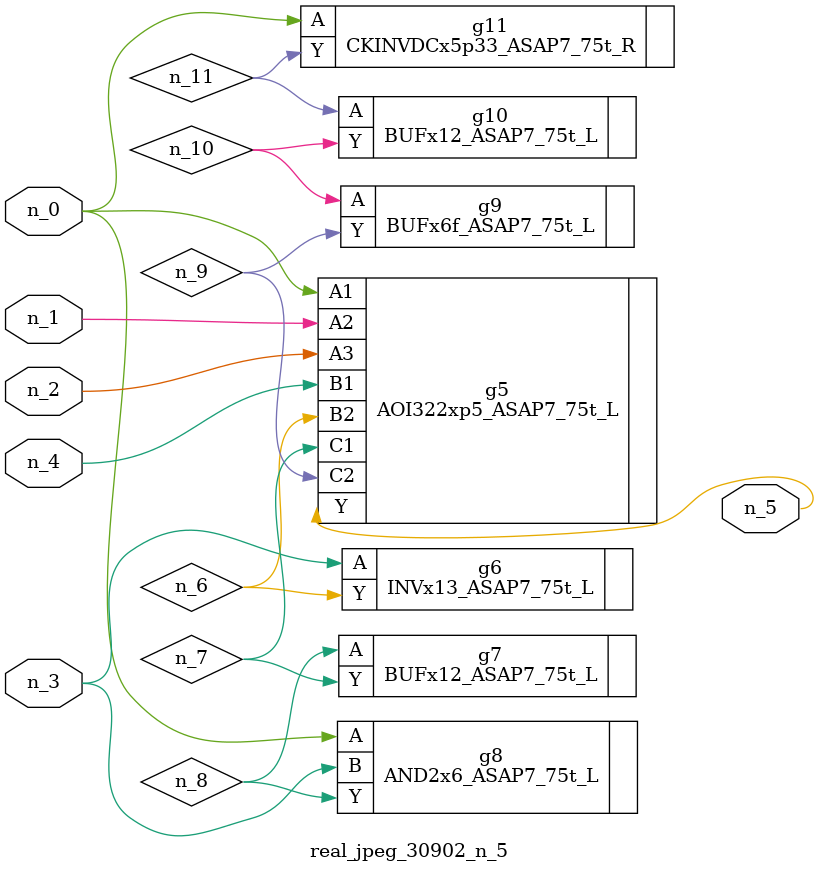
<source format=v>
module real_jpeg_30902_n_5 (n_4, n_0, n_1, n_2, n_3, n_5);

input n_4;
input n_0;
input n_1;
input n_2;
input n_3;

output n_5;

wire n_8;
wire n_11;
wire n_6;
wire n_7;
wire n_10;
wire n_9;

AOI322xp5_ASAP7_75t_L g5 ( 
.A1(n_0),
.A2(n_1),
.A3(n_2),
.B1(n_4),
.B2(n_6),
.C1(n_7),
.C2(n_9),
.Y(n_5)
);

AND2x6_ASAP7_75t_L g8 ( 
.A(n_0),
.B(n_3),
.Y(n_8)
);

CKINVDCx5p33_ASAP7_75t_R g11 ( 
.A(n_0),
.Y(n_11)
);

INVx13_ASAP7_75t_L g6 ( 
.A(n_3),
.Y(n_6)
);

BUFx12_ASAP7_75t_L g7 ( 
.A(n_8),
.Y(n_7)
);

BUFx6f_ASAP7_75t_L g9 ( 
.A(n_10),
.Y(n_9)
);

BUFx12_ASAP7_75t_L g10 ( 
.A(n_11),
.Y(n_10)
);


endmodule
</source>
